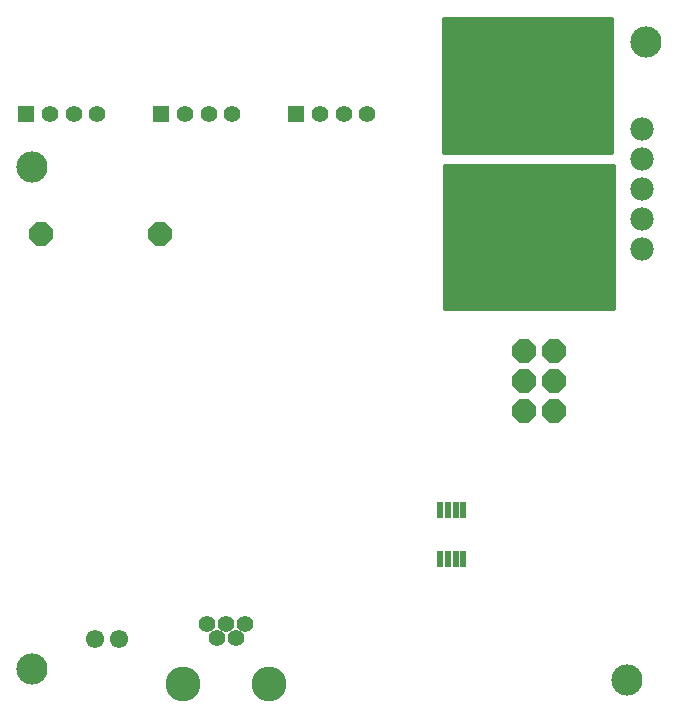
<source format=gbs>
G75*
%MOIN*%
%OFA0B0*%
%FSLAX24Y24*%
%IPPOS*%
%LPD*%
%AMOC8*
5,1,8,0,0,1.08239X$1,22.5*
%
%ADD10C,0.1040*%
%ADD11C,0.0100*%
%ADD12OC8,0.0800*%
%ADD13OC8,0.0780*%
%ADD14C,0.0555*%
%ADD15C,0.1162*%
%ADD16R,0.0217X0.0552*%
%ADD17R,0.0555X0.0555*%
%ADD18C,0.0610*%
%ADD19C,0.2340*%
%ADD20C,0.0780*%
D10*
X006833Y007000D03*
X006833Y023736D03*
X026683Y006650D03*
X027312Y027917D03*
D11*
X026183Y027958D02*
X020533Y027958D01*
X020533Y027860D02*
X026183Y027860D01*
X026183Y027761D02*
X020533Y027761D01*
X020533Y027663D02*
X026183Y027663D01*
X026183Y027564D02*
X020533Y027564D01*
X020533Y027466D02*
X026183Y027466D01*
X026183Y027367D02*
X020533Y027367D01*
X020533Y027269D02*
X026183Y027269D01*
X026183Y027170D02*
X020533Y027170D01*
X020533Y027072D02*
X026183Y027072D01*
X026183Y026973D02*
X020533Y026973D01*
X020533Y026875D02*
X026183Y026875D01*
X026183Y026776D02*
X020533Y026776D01*
X020533Y026678D02*
X026183Y026678D01*
X026183Y026579D02*
X020533Y026579D01*
X020533Y026481D02*
X026183Y026481D01*
X026183Y026382D02*
X020533Y026382D01*
X020533Y026284D02*
X026183Y026284D01*
X026183Y026185D02*
X020533Y026185D01*
X020533Y026087D02*
X026183Y026087D01*
X026183Y025988D02*
X020533Y025988D01*
X020533Y025890D02*
X026183Y025890D01*
X026183Y025791D02*
X020533Y025791D01*
X020533Y025693D02*
X026183Y025693D01*
X026183Y025594D02*
X020533Y025594D01*
X020533Y025496D02*
X026183Y025496D01*
X026183Y025397D02*
X020533Y025397D01*
X020533Y025299D02*
X026183Y025299D01*
X026183Y025200D02*
X020533Y025200D01*
X020533Y025102D02*
X026183Y025102D01*
X026183Y025003D02*
X020533Y025003D01*
X020533Y024905D02*
X026183Y024905D01*
X026183Y024806D02*
X020533Y024806D01*
X020533Y024708D02*
X026183Y024708D01*
X026183Y024609D02*
X020533Y024609D01*
X020533Y024511D02*
X026183Y024511D01*
X026183Y024412D02*
X020533Y024412D01*
X020533Y024314D02*
X026183Y024314D01*
X026183Y024215D02*
X020533Y024215D01*
X020533Y024200D02*
X026183Y024200D01*
X026183Y028700D01*
X020533Y028700D01*
X020533Y024200D01*
X020583Y023800D02*
X020583Y019000D01*
X026233Y019000D01*
X026233Y023800D01*
X020583Y023800D01*
X020583Y023723D02*
X026233Y023723D01*
X026233Y023624D02*
X020583Y023624D01*
X020583Y023526D02*
X026233Y023526D01*
X026233Y023427D02*
X020583Y023427D01*
X020583Y023329D02*
X026233Y023329D01*
X026233Y023230D02*
X020583Y023230D01*
X020583Y023132D02*
X026233Y023132D01*
X026233Y023033D02*
X020583Y023033D01*
X020583Y022935D02*
X026233Y022935D01*
X026233Y022836D02*
X020583Y022836D01*
X020583Y022738D02*
X026233Y022738D01*
X026233Y022639D02*
X020583Y022639D01*
X020583Y022541D02*
X026233Y022541D01*
X026233Y022442D02*
X020583Y022442D01*
X020583Y022344D02*
X026233Y022344D01*
X026233Y022245D02*
X020583Y022245D01*
X020583Y022147D02*
X026233Y022147D01*
X026233Y022048D02*
X020583Y022048D01*
X020583Y021950D02*
X026233Y021950D01*
X026233Y021851D02*
X020583Y021851D01*
X020583Y021753D02*
X026233Y021753D01*
X026233Y021654D02*
X020583Y021654D01*
X020583Y021556D02*
X026233Y021556D01*
X026233Y021457D02*
X020583Y021457D01*
X020583Y021359D02*
X026233Y021359D01*
X026233Y021260D02*
X020583Y021260D01*
X020583Y021162D02*
X026233Y021162D01*
X026233Y021063D02*
X020583Y021063D01*
X020583Y020965D02*
X026233Y020965D01*
X026233Y020866D02*
X020583Y020866D01*
X020583Y020768D02*
X026233Y020768D01*
X026233Y020669D02*
X020583Y020669D01*
X020583Y020571D02*
X026233Y020571D01*
X026233Y020472D02*
X020583Y020472D01*
X020583Y020374D02*
X026233Y020374D01*
X026233Y020275D02*
X020583Y020275D01*
X020583Y020177D02*
X026233Y020177D01*
X026233Y020078D02*
X020583Y020078D01*
X020583Y019980D02*
X026233Y019980D01*
X026233Y019881D02*
X020583Y019881D01*
X020583Y019783D02*
X026233Y019783D01*
X026233Y019684D02*
X020583Y019684D01*
X020583Y019586D02*
X026233Y019586D01*
X026233Y019487D02*
X020583Y019487D01*
X020583Y019389D02*
X026233Y019389D01*
X026233Y019290D02*
X020583Y019290D01*
X020583Y019192D02*
X026233Y019192D01*
X026233Y019093D02*
X020583Y019093D01*
X020533Y028057D02*
X026183Y028057D01*
X026183Y028155D02*
X020533Y028155D01*
X020533Y028254D02*
X026183Y028254D01*
X026183Y028352D02*
X020533Y028352D01*
X020533Y028451D02*
X026183Y028451D01*
X026183Y028549D02*
X020533Y028549D01*
X020533Y028648D02*
X026183Y028648D01*
D12*
X011093Y021500D03*
X007156Y021500D03*
D13*
X023233Y017600D03*
X023233Y016600D03*
X023233Y015600D03*
X024233Y015600D03*
X024233Y016600D03*
X024233Y017600D03*
D14*
X018014Y025500D03*
X017227Y025500D03*
X016440Y025500D03*
X013514Y025500D03*
X012727Y025500D03*
X011940Y025500D03*
X009014Y025500D03*
X008227Y025500D03*
X007440Y025500D03*
X012688Y008508D03*
X013003Y008035D03*
X013318Y008508D03*
X013633Y008035D03*
X013948Y008508D03*
D15*
X014755Y006500D03*
X011881Y006500D03*
D16*
X020449Y010693D03*
X020705Y010693D03*
X020961Y010693D03*
X021217Y010693D03*
X021217Y012307D03*
X020961Y012307D03*
X020705Y012307D03*
X020449Y012307D03*
D17*
X015652Y025500D03*
X011152Y025500D03*
X006652Y025500D03*
D18*
X008940Y008000D03*
X009727Y008000D03*
D19*
X023333Y021000D03*
X023333Y027000D03*
D20*
X027183Y025000D03*
X027183Y024000D03*
X027183Y023000D03*
X027183Y022000D03*
X027183Y021000D03*
M02*

</source>
